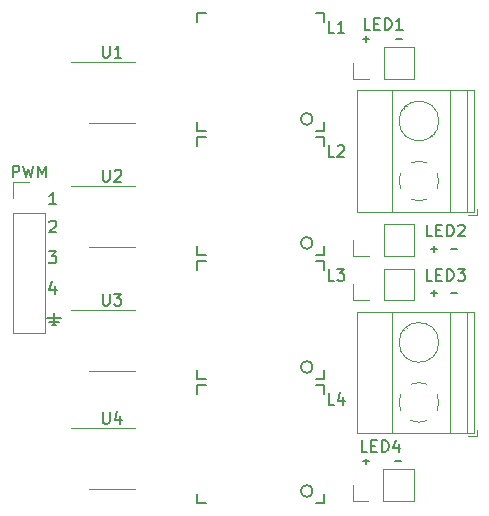
<source format=gbr>
G04 #@! TF.GenerationSoftware,KiCad,Pcbnew,(5.0.2)-1*
G04 #@! TF.CreationDate,2019-03-31T11:50:41+03:00*
G04 #@! TF.ProjectId,pwm_led_controller,70776d5f-6c65-4645-9f63-6f6e74726f6c,rev?*
G04 #@! TF.SameCoordinates,Original*
G04 #@! TF.FileFunction,Legend,Top*
G04 #@! TF.FilePolarity,Positive*
%FSLAX46Y46*%
G04 Gerber Fmt 4.6, Leading zero omitted, Abs format (unit mm)*
G04 Created by KiCad (PCBNEW (5.0.2)-1) date 31.03.2019 11:50:41*
%MOMM*%
%LPD*%
G01*
G04 APERTURE LIST*
%ADD10C,0.200000*%
%ADD11C,0.150000*%
%ADD12C,0.120000*%
G04 APERTURE END LIST*
D10*
X133040000Y-53500000D02*
X132540001Y-53500000D01*
X130040000Y-53250000D02*
X130040000Y-53750000D01*
X129790000Y-53500000D02*
X130290000Y-53500000D01*
X133000000Y-89250000D02*
X132500001Y-89250000D01*
X130000000Y-89000000D02*
X130000000Y-89500000D01*
X129750000Y-89250000D02*
X130250000Y-89250000D01*
X137749999Y-75000000D02*
X137250000Y-75000000D01*
X135750000Y-74750000D02*
X135750000Y-75250000D01*
X135500000Y-75000000D02*
X136000000Y-75000000D01*
X137749999Y-71250000D02*
X137250000Y-71250000D01*
X135750000Y-71000000D02*
X135750000Y-71500000D01*
X135500000Y-71250000D02*
X136000000Y-71250000D01*
X103000000Y-77100000D02*
X104200000Y-77100000D01*
X103200000Y-77400000D02*
X104000000Y-77400000D01*
X103400000Y-77700000D02*
X103800000Y-77700000D01*
X103600000Y-76700000D02*
X103600000Y-77700000D01*
D11*
X103690476Y-74385714D02*
X103690476Y-75052380D01*
X103452380Y-74004761D02*
X103214285Y-74719047D01*
X103833333Y-74719047D01*
X103166666Y-71452380D02*
X103785714Y-71452380D01*
X103452380Y-71833333D01*
X103595238Y-71833333D01*
X103690476Y-71880952D01*
X103738095Y-71928571D01*
X103785714Y-72023809D01*
X103785714Y-72261904D01*
X103738095Y-72357142D01*
X103690476Y-72404761D01*
X103595238Y-72452380D01*
X103309523Y-72452380D01*
X103214285Y-72404761D01*
X103166666Y-72357142D01*
X103214285Y-68947619D02*
X103261904Y-68900000D01*
X103357142Y-68852380D01*
X103595238Y-68852380D01*
X103690476Y-68900000D01*
X103738095Y-68947619D01*
X103785714Y-69042857D01*
X103785714Y-69138095D01*
X103738095Y-69280952D01*
X103166666Y-69852380D01*
X103785714Y-69852380D01*
X103785714Y-67452380D02*
X103214285Y-67452380D01*
X103500000Y-67452380D02*
X103500000Y-66452380D01*
X103404761Y-66595238D01*
X103309523Y-66690476D01*
X103214285Y-66738095D01*
X100095238Y-65202380D02*
X100095238Y-64202380D01*
X100476190Y-64202380D01*
X100571428Y-64250000D01*
X100619047Y-64297619D01*
X100666666Y-64392857D01*
X100666666Y-64535714D01*
X100619047Y-64630952D01*
X100571428Y-64678571D01*
X100476190Y-64726190D01*
X100095238Y-64726190D01*
X101000000Y-64202380D02*
X101238095Y-65202380D01*
X101428571Y-64488095D01*
X101619047Y-65202380D01*
X101857142Y-64202380D01*
X102238095Y-65202380D02*
X102238095Y-64202380D01*
X102571428Y-64916666D01*
X102904761Y-64202380D01*
X102904761Y-65202380D01*
X135630952Y-73952380D02*
X135154761Y-73952380D01*
X135154761Y-72952380D01*
X135964285Y-73428571D02*
X136297619Y-73428571D01*
X136440476Y-73952380D02*
X135964285Y-73952380D01*
X135964285Y-72952380D01*
X136440476Y-72952380D01*
X136869047Y-73952380D02*
X136869047Y-72952380D01*
X137107142Y-72952380D01*
X137250000Y-73000000D01*
X137345238Y-73095238D01*
X137392857Y-73190476D01*
X137440476Y-73380952D01*
X137440476Y-73523809D01*
X137392857Y-73714285D01*
X137345238Y-73809523D01*
X137250000Y-73904761D01*
X137107142Y-73952380D01*
X136869047Y-73952380D01*
X137773809Y-72952380D02*
X138392857Y-72952380D01*
X138059523Y-73333333D01*
X138202380Y-73333333D01*
X138297619Y-73380952D01*
X138345238Y-73428571D01*
X138392857Y-73523809D01*
X138392857Y-73761904D01*
X138345238Y-73857142D01*
X138297619Y-73904761D01*
X138202380Y-73952380D01*
X137916666Y-73952380D01*
X137821428Y-73904761D01*
X137773809Y-73857142D01*
X130130952Y-88452380D02*
X129654761Y-88452380D01*
X129654761Y-87452380D01*
X130464285Y-87928571D02*
X130797619Y-87928571D01*
X130940476Y-88452380D02*
X130464285Y-88452380D01*
X130464285Y-87452380D01*
X130940476Y-87452380D01*
X131369047Y-88452380D02*
X131369047Y-87452380D01*
X131607142Y-87452380D01*
X131750000Y-87500000D01*
X131845238Y-87595238D01*
X131892857Y-87690476D01*
X131940476Y-87880952D01*
X131940476Y-88023809D01*
X131892857Y-88214285D01*
X131845238Y-88309523D01*
X131750000Y-88404761D01*
X131607142Y-88452380D01*
X131369047Y-88452380D01*
X132797619Y-87785714D02*
X132797619Y-88452380D01*
X132559523Y-87404761D02*
X132321428Y-88119047D01*
X132940476Y-88119047D01*
X135630952Y-70202380D02*
X135154761Y-70202380D01*
X135154761Y-69202380D01*
X135964285Y-69678571D02*
X136297619Y-69678571D01*
X136440476Y-70202380D02*
X135964285Y-70202380D01*
X135964285Y-69202380D01*
X136440476Y-69202380D01*
X136869047Y-70202380D02*
X136869047Y-69202380D01*
X137107142Y-69202380D01*
X137250000Y-69250000D01*
X137345238Y-69345238D01*
X137392857Y-69440476D01*
X137440476Y-69630952D01*
X137440476Y-69773809D01*
X137392857Y-69964285D01*
X137345238Y-70059523D01*
X137250000Y-70154761D01*
X137107142Y-70202380D01*
X136869047Y-70202380D01*
X137821428Y-69297619D02*
X137869047Y-69250000D01*
X137964285Y-69202380D01*
X138202380Y-69202380D01*
X138297619Y-69250000D01*
X138345238Y-69297619D01*
X138392857Y-69392857D01*
X138392857Y-69488095D01*
X138345238Y-69630952D01*
X137773809Y-70202380D01*
X138392857Y-70202380D01*
X130380952Y-52702380D02*
X129904761Y-52702380D01*
X129904761Y-51702380D01*
X130714285Y-52178571D02*
X131047619Y-52178571D01*
X131190476Y-52702380D02*
X130714285Y-52702380D01*
X130714285Y-51702380D01*
X131190476Y-51702380D01*
X131619047Y-52702380D02*
X131619047Y-51702380D01*
X131857142Y-51702380D01*
X132000000Y-51750000D01*
X132095238Y-51845238D01*
X132142857Y-51940476D01*
X132190476Y-52130952D01*
X132190476Y-52273809D01*
X132142857Y-52464285D01*
X132095238Y-52559523D01*
X132000000Y-52654761D01*
X131857142Y-52702380D01*
X131619047Y-52702380D01*
X133142857Y-52702380D02*
X132571428Y-52702380D01*
X132857142Y-52702380D02*
X132857142Y-51702380D01*
X132761904Y-51845238D01*
X132666666Y-51940476D01*
X132571428Y-51988095D01*
D12*
G04 #@! TO.C,J3*
X139400000Y-87090000D02*
X139400000Y-86590000D01*
X138660000Y-87090000D02*
X139400000Y-87090000D01*
X135523000Y-80397000D02*
X135569000Y-80444000D01*
X133225000Y-78100000D02*
X133261000Y-78135000D01*
X135739000Y-80204000D02*
X135774000Y-80239000D01*
X133431000Y-77895000D02*
X133477000Y-77942000D01*
X129239000Y-76570000D02*
X139160000Y-76570000D01*
X129239000Y-86850000D02*
X139160000Y-86850000D01*
X139160000Y-86850000D02*
X139160000Y-76570000D01*
X129239000Y-86850000D02*
X129239000Y-76570000D01*
X132199000Y-86850000D02*
X132199000Y-76570000D01*
X137100000Y-86850000D02*
X137100000Y-76570000D01*
X138600000Y-86850000D02*
X138600000Y-76570000D01*
X136180000Y-79170000D02*
G75*
G03X136180000Y-79170000I-1680000J0D01*
G01*
X136180253Y-84221195D02*
G75*
G02X136035000Y-84934000I-1680253J-28805D01*
G01*
X135183042Y-85785426D02*
G75*
G02X133816000Y-85785000I-683042J1535426D01*
G01*
X132964574Y-84933042D02*
G75*
G02X132965000Y-83566000I1535426J683042D01*
G01*
X133816958Y-82714574D02*
G75*
G02X135184000Y-82715000I683042J-1535426D01*
G01*
X136034756Y-83566682D02*
G75*
G02X136180000Y-84250000I-1534756J-683318D01*
G01*
G04 #@! TO.C,J2*
X139400000Y-68340000D02*
X139400000Y-67840000D01*
X138660000Y-68340000D02*
X139400000Y-68340000D01*
X135523000Y-61647000D02*
X135569000Y-61694000D01*
X133225000Y-59350000D02*
X133261000Y-59385000D01*
X135739000Y-61454000D02*
X135774000Y-61489000D01*
X133431000Y-59145000D02*
X133477000Y-59192000D01*
X129239000Y-57820000D02*
X139160000Y-57820000D01*
X129239000Y-68100000D02*
X139160000Y-68100000D01*
X139160000Y-68100000D02*
X139160000Y-57820000D01*
X129239000Y-68100000D02*
X129239000Y-57820000D01*
X132199000Y-68100000D02*
X132199000Y-57820000D01*
X137100000Y-68100000D02*
X137100000Y-57820000D01*
X138600000Y-68100000D02*
X138600000Y-57820000D01*
X136180000Y-60420000D02*
G75*
G03X136180000Y-60420000I-1680000J0D01*
G01*
X136180253Y-65471195D02*
G75*
G02X136035000Y-66184000I-1680253J-28805D01*
G01*
X135183042Y-67035426D02*
G75*
G02X133816000Y-67035000I-683042J1535426D01*
G01*
X132964574Y-66183042D02*
G75*
G02X132965000Y-64816000I1535426J683042D01*
G01*
X133816958Y-63964574D02*
G75*
G02X135184000Y-63965000I683042J-1535426D01*
G01*
X136034756Y-64816682D02*
G75*
G02X136180000Y-65500000I-1534756J-683318D01*
G01*
G04 #@! TO.C,U3*
X106550000Y-81560000D02*
X110450000Y-81560000D01*
X105050000Y-76440000D02*
X110450000Y-76440000D01*
G04 #@! TO.C,U1*
X106550000Y-60560000D02*
X110450000Y-60560000D01*
X105050000Y-55440000D02*
X110450000Y-55440000D01*
G04 #@! TO.C,U2*
X106550000Y-71060000D02*
X110450000Y-71060000D01*
X105050000Y-65940000D02*
X110450000Y-65940000D01*
G04 #@! TO.C,U4*
X106550000Y-91560000D02*
X110450000Y-91560000D01*
X105050000Y-86440000D02*
X110450000Y-86440000D01*
G04 #@! TO.C,J4*
X128920000Y-56830000D02*
X128920000Y-55500000D01*
X130250000Y-56830000D02*
X128920000Y-56830000D01*
X131520000Y-56830000D02*
X131520000Y-54170000D01*
X131520000Y-54170000D02*
X134120000Y-54170000D01*
X131520000Y-56830000D02*
X134120000Y-56830000D01*
X134120000Y-56830000D02*
X134120000Y-54170000D01*
G04 #@! TO.C,J5*
X134120000Y-71830000D02*
X134120000Y-69170000D01*
X131520000Y-71830000D02*
X134120000Y-71830000D01*
X131520000Y-69170000D02*
X134120000Y-69170000D01*
X131520000Y-71830000D02*
X131520000Y-69170000D01*
X130250000Y-71830000D02*
X128920000Y-71830000D01*
X128920000Y-71830000D02*
X128920000Y-70500000D01*
G04 #@! TO.C,J6*
X134120000Y-75580000D02*
X134120000Y-72920000D01*
X131520000Y-75580000D02*
X134120000Y-75580000D01*
X131520000Y-72920000D02*
X134120000Y-72920000D01*
X131520000Y-75580000D02*
X131520000Y-72920000D01*
X130250000Y-75580000D02*
X128920000Y-75580000D01*
X128920000Y-75580000D02*
X128920000Y-74250000D01*
G04 #@! TO.C,J7*
X128880000Y-92580000D02*
X128880000Y-91250000D01*
X130210000Y-92580000D02*
X128880000Y-92580000D01*
X131480000Y-92580000D02*
X131480000Y-89920000D01*
X131480000Y-89920000D02*
X134080000Y-89920000D01*
X131480000Y-92580000D02*
X134080000Y-92580000D01*
X134080000Y-92580000D02*
X134080000Y-89920000D01*
G04 #@! TO.C,J1*
X100170000Y-78410000D02*
X102830000Y-78410000D01*
X100170000Y-68190000D02*
X100170000Y-78410000D01*
X102830000Y-68190000D02*
X102830000Y-78410000D01*
X100170000Y-68190000D02*
X102830000Y-68190000D01*
X100170000Y-66920000D02*
X100170000Y-65590000D01*
X100170000Y-65590000D02*
X101500000Y-65590000D01*
D11*
G04 #@! TO.C,L1*
X116500000Y-51250000D02*
X115750000Y-51250000D01*
X115750000Y-51250000D02*
X115750000Y-52000000D01*
X125750000Y-51250000D02*
X126500000Y-51250000D01*
X126500000Y-51250000D02*
X126500000Y-52000000D01*
X115750000Y-60500000D02*
X115750000Y-61250000D01*
X115750000Y-61250000D02*
X116500000Y-61250000D01*
X126500000Y-60500000D02*
X126500000Y-61250000D01*
X126500000Y-61250000D02*
X125750000Y-61250000D01*
X125500000Y-60250000D02*
G75*
G03X125500000Y-60250000I-500000J0D01*
G01*
G04 #@! TO.C,L2*
X116500000Y-61750000D02*
X115750000Y-61750000D01*
X115750000Y-61750000D02*
X115750000Y-62500000D01*
X125750000Y-61750000D02*
X126500000Y-61750000D01*
X126500000Y-61750000D02*
X126500000Y-62500000D01*
X115750000Y-71000000D02*
X115750000Y-71750000D01*
X115750000Y-71750000D02*
X116500000Y-71750000D01*
X126500000Y-71000000D02*
X126500000Y-71750000D01*
X126500000Y-71750000D02*
X125750000Y-71750000D01*
X125500000Y-70750000D02*
G75*
G03X125500000Y-70750000I-500000J0D01*
G01*
G04 #@! TO.C,L3*
X125500000Y-81250000D02*
G75*
G03X125500000Y-81250000I-500000J0D01*
G01*
X126500000Y-82250000D02*
X125750000Y-82250000D01*
X126500000Y-81500000D02*
X126500000Y-82250000D01*
X115750000Y-82250000D02*
X116500000Y-82250000D01*
X115750000Y-81500000D02*
X115750000Y-82250000D01*
X126500000Y-72250000D02*
X126500000Y-73000000D01*
X125750000Y-72250000D02*
X126500000Y-72250000D01*
X115750000Y-72250000D02*
X115750000Y-73000000D01*
X116500000Y-72250000D02*
X115750000Y-72250000D01*
G04 #@! TO.C,L4*
X116500000Y-82750000D02*
X115750000Y-82750000D01*
X115750000Y-82750000D02*
X115750000Y-83500000D01*
X125750000Y-82750000D02*
X126500000Y-82750000D01*
X126500000Y-82750000D02*
X126500000Y-83500000D01*
X115750000Y-92000000D02*
X115750000Y-92750000D01*
X115750000Y-92750000D02*
X116500000Y-92750000D01*
X126500000Y-92000000D02*
X126500000Y-92750000D01*
X126500000Y-92750000D02*
X125750000Y-92750000D01*
X125500000Y-91750000D02*
G75*
G03X125500000Y-91750000I-500000J0D01*
G01*
G04 #@! TO.C,U3*
X107738095Y-75052380D02*
X107738095Y-75861904D01*
X107785714Y-75957142D01*
X107833333Y-76004761D01*
X107928571Y-76052380D01*
X108119047Y-76052380D01*
X108214285Y-76004761D01*
X108261904Y-75957142D01*
X108309523Y-75861904D01*
X108309523Y-75052380D01*
X108690476Y-75052380D02*
X109309523Y-75052380D01*
X108976190Y-75433333D01*
X109119047Y-75433333D01*
X109214285Y-75480952D01*
X109261904Y-75528571D01*
X109309523Y-75623809D01*
X109309523Y-75861904D01*
X109261904Y-75957142D01*
X109214285Y-76004761D01*
X109119047Y-76052380D01*
X108833333Y-76052380D01*
X108738095Y-76004761D01*
X108690476Y-75957142D01*
G04 #@! TO.C,U1*
X107738095Y-54052380D02*
X107738095Y-54861904D01*
X107785714Y-54957142D01*
X107833333Y-55004761D01*
X107928571Y-55052380D01*
X108119047Y-55052380D01*
X108214285Y-55004761D01*
X108261904Y-54957142D01*
X108309523Y-54861904D01*
X108309523Y-54052380D01*
X109309523Y-55052380D02*
X108738095Y-55052380D01*
X109023809Y-55052380D02*
X109023809Y-54052380D01*
X108928571Y-54195238D01*
X108833333Y-54290476D01*
X108738095Y-54338095D01*
G04 #@! TO.C,U2*
X107738095Y-64552380D02*
X107738095Y-65361904D01*
X107785714Y-65457142D01*
X107833333Y-65504761D01*
X107928571Y-65552380D01*
X108119047Y-65552380D01*
X108214285Y-65504761D01*
X108261904Y-65457142D01*
X108309523Y-65361904D01*
X108309523Y-64552380D01*
X108738095Y-64647619D02*
X108785714Y-64600000D01*
X108880952Y-64552380D01*
X109119047Y-64552380D01*
X109214285Y-64600000D01*
X109261904Y-64647619D01*
X109309523Y-64742857D01*
X109309523Y-64838095D01*
X109261904Y-64980952D01*
X108690476Y-65552380D01*
X109309523Y-65552380D01*
G04 #@! TO.C,U4*
X107738095Y-85052380D02*
X107738095Y-85861904D01*
X107785714Y-85957142D01*
X107833333Y-86004761D01*
X107928571Y-86052380D01*
X108119047Y-86052380D01*
X108214285Y-86004761D01*
X108261904Y-85957142D01*
X108309523Y-85861904D01*
X108309523Y-85052380D01*
X109214285Y-85385714D02*
X109214285Y-86052380D01*
X108976190Y-85004761D02*
X108738095Y-85719047D01*
X109357142Y-85719047D01*
G04 #@! TO.C,L1*
X127333333Y-52952380D02*
X126857142Y-52952380D01*
X126857142Y-51952380D01*
X128190476Y-52952380D02*
X127619047Y-52952380D01*
X127904761Y-52952380D02*
X127904761Y-51952380D01*
X127809523Y-52095238D01*
X127714285Y-52190476D01*
X127619047Y-52238095D01*
G04 #@! TO.C,L2*
X127333333Y-63452380D02*
X126857142Y-63452380D01*
X126857142Y-62452380D01*
X127619047Y-62547619D02*
X127666666Y-62500000D01*
X127761904Y-62452380D01*
X128000000Y-62452380D01*
X128095238Y-62500000D01*
X128142857Y-62547619D01*
X128190476Y-62642857D01*
X128190476Y-62738095D01*
X128142857Y-62880952D01*
X127571428Y-63452380D01*
X128190476Y-63452380D01*
G04 #@! TO.C,L3*
X127333333Y-73952380D02*
X126857142Y-73952380D01*
X126857142Y-72952380D01*
X127571428Y-72952380D02*
X128190476Y-72952380D01*
X127857142Y-73333333D01*
X128000000Y-73333333D01*
X128095238Y-73380952D01*
X128142857Y-73428571D01*
X128190476Y-73523809D01*
X128190476Y-73761904D01*
X128142857Y-73857142D01*
X128095238Y-73904761D01*
X128000000Y-73952380D01*
X127714285Y-73952380D01*
X127619047Y-73904761D01*
X127571428Y-73857142D01*
G04 #@! TO.C,L4*
X127333333Y-84452380D02*
X126857142Y-84452380D01*
X126857142Y-83452380D01*
X128095238Y-83785714D02*
X128095238Y-84452380D01*
X127857142Y-83404761D02*
X127619047Y-84119047D01*
X128238095Y-84119047D01*
G04 #@! TD*
M02*

</source>
